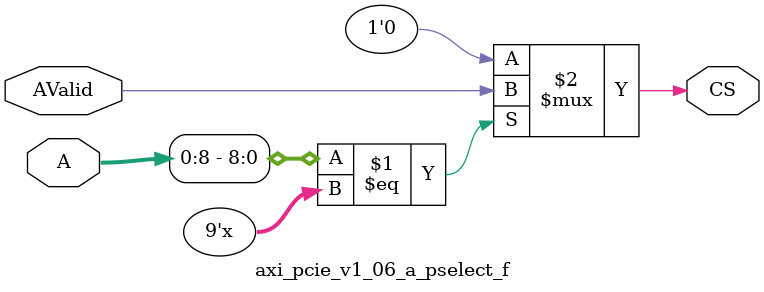
<source format=v>

`timescale 1ps/1ps

module axi_pcie_v1_06_a_pselect_f #(
  parameter                   C_AB      = 9,
  parameter                   C_AW      = 32,
  parameter [0:C_AW - 1]      C_BAR     =  'bz,
  parameter                   C_FAMILY  = "nofamily"
)(
  input      [0:C_AW-1]       A, 
  input                       AValid,
  output                      CS
);

// Local Paramater declaration
//--------------------------
localparam [0:C_AB-1]BAR = C_BAR[0:C_AB-1];

//------------------------------------------------------------------------------
// Behavioral decoder
//------------------------------------------------------------------------------
generate
if (C_AB > 0) begin : XST_WA
  assign CS = (A[0:C_AB - 1] == BAR[0:C_AB - 1]) ? AValid : 1'b0 ;
end

if (C_AB == 0) begin : PASS_ON_GEN
  assign CS = AValid ;
end
endgenerate

endmodule

</source>
